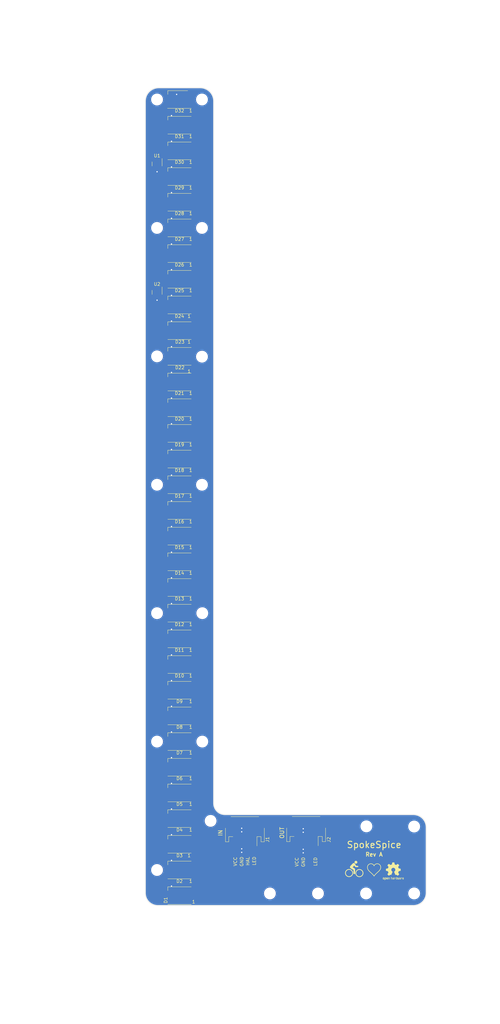
<source format=kicad_pcb>
(kicad_pcb (version 20221018) (generator pcbnew)
  (title_block (date "2024-01-13") (rev "A") (comment 4 "AISLER Project ID: GFXMJWGO"))
  (layers (0 "F.Cu" signal) (31 "B.Cu" signal) (34 "B.Paste" user) (35 "F.Paste" user) (36 "B.SilkS" user "B.Silkscreen") (37 "F.SilkS" user "F.Silkscreen") (38 "B.Mask" user) (39 "F.Mask" user) (44 "Edge.Cuts" user))
  (net 0 "")
  (net 1 "VCC")
  (net 2 "Net-(D1-DOUT)")
  (net 3 "GND")
  (net 4 "Net-(D2-DOUT)")
  (net 5 "Net-(D3-DOUT)")
  (net 6 "Net-(D4-DOUT)")
  (net 7 "Net-(D6-DOUT)")
  (net 8 "Net-(D10-DIN)")
  (net 9 "Net-(D10-DOUT)")
  (net 10 "Net-(D11-DOUT)")
  (net 11 "Net-(D12-DOUT)")
  (net 12 "Net-(D14-DOUT)")
  (net 13 "Net-(D15-DOUT)")
  (net 14 "Net-(D17-DOUT)")
  (net 15 "Net-(D19-DOUT)")
  (net 16 "Net-(D20-DOUT)")
  (net 17 "Net-(D21-DOUT)")
  (net 18 "/LED_STRIPE")
  (net 19 "/HAL_SENSOR")
  (net 20 "/DOUT_8")
  (net 21 "/DOUT_16")
  (net 22 "/DOUT_24")
  (net 23 "Net-(D25-DOUT)")
  (net 24 "Net-(D26-DOUT)")
  (net 25 "Net-(D27-DOUT)")
  (net 26 "Net-(D28-DOUT)")
  (net 27 "Net-(D7-DOUT)")
  (net 28 "Net-(D29-DOUT)")
  (net 30 "Net-(D30-DOUT)")
  (net 31 "Net-(D13-DOUT)")
  (net 32 "Net-(D18-DOUT)")
  (net 33 "Net-(D23-DOUT)")
  (net 34 "Net-(D5-DOUT)")
  (net 35 "Net-(D22-DOUT)")
  (net 36 "Net-(D31-DOUT)")
  (footprint "MountingHole:MountingHole_3.2mm_M3" (layer "F.Cu") (at 167.3 242.4)
    (fp_text reference "H9" hide)
    (fp_text value "MountingHole" hide)
  )
  (footprint "LED_SMD:LED_WS2812B_PLCC4_5.0x5.0mm_P3.2mm" (layer "F.Cu") (at 109 160 180)
    (fp_text reference "D14")
    (fp_text value "WS2812B")
  )
  (footprint "LED_SMD:LED_WS2812B_PLCC4_5.0x5.0mm_P3.2mm" (layer "F.Cu") (at 109 112 180)
    (fp_text reference "D20")
    (fp_text value "WS2812B")
  )
  (footprint "LED_SMD:LED_WS2812B_PLCC4_5.0x5.0mm_P3.2mm" (layer "F.Cu") (at 109 208 180)
    (fp_text reference "D8")
    (fp_text value "WS2812B")
  )
  (footprint "LED_SMD:LED_WS2812B_PLCC4_5.0x5.0mm_P3.2mm" (layer "F.Cu") (at 109 72 180)
    (fp_text reference "D25")
    (fp_text value "WS2812B")
  )
  (footprint "LED_SMD:LED_WS2812B_PLCC4_5.0x5.0mm_P3.2mm" (layer "F.Cu") (at 109 56 180)
    (fp_text reference "D27")
    (fp_text value "WS2812B")
  )
  (footprint "MountingHole:MountingHole_3.2mm_M3" (layer "F.Cu") (at 137.2 263.3)
    (fp_text reference "H3" hide)
    (fp_text value "MountingHole" hide)
  )
  (footprint "MountingHole:MountingHole_3.2mm_M3" (layer "F.Cu") (at 102 216)
    (fp_text reference "H7" hide)
    (fp_text value "MountingHole" hide)
  )
  (footprint "LED_SMD:LED_WS2812B_PLCC4_5.0x5.0mm_P3.2mm" (layer "F.Cu") (at 109 136 180)
    (fp_text reference "D17")
    (fp_text value "WS2812B")
  )
  (footprint "LED_SMD:LED_WS2812B_PLCC4_5.0x5.0mm_P3.2mm" (layer "F.Cu") (at 109 176 180)
    (fp_text reference "D12")
    (fp_text value "WS2812B")
  )
  (footprint "LED_SMD:LED_WS2812B_PLCC4_5.0x5.0mm_P3.2mm" (layer "F.Cu") (at 109 16 180)
    (fp_text reference "D32")
    (fp_text value "WS2812B")
  )
  (footprint "MountingHole:MountingHole_3.2mm_M3" (layer "F.Cu") (at 102 16)
    (fp_text reference "H1" hide)
    (fp_text value "MountingHole" hide)
  )
  (footprint "MountingHole:MountingHole_3.2mm_M3" (layer "F.Cu") (at 116.1 176)
    (fp_text reference "H5" hide)
    (fp_text value "MountingHole" hide)
  )
  (footprint "Package_TO_SOT_SMD:SOT-23" (layer "F.Cu") (at 102 76.0625 -90)
    (fp_text reference "U2")
    (fp_text value "SM351LT")
  )
  (footprint "LED_SMD:LED_WS2812B_PLCC4_5.0x5.0mm_P3.2mm" (layer "F.Cu") (at 109 256 180)
    (fp_text reference "D2")
    (fp_text value "WS2812B")
  )
  (footprint "LED_SMD:LED_WS2812B_PLCC4_5.0x5.0mm_P3.2mm" (layer "F.Cu") (at 109 120 180)
    (fp_text reference "D19")
    (fp_text value "WS2812B")
  )
  (footprint "LED_SMD:LED_WS2812B_PLCC4_5.0x5.0mm_P3.2mm" (layer "F.Cu") (at 109 24 180)
    (fp_text reference "D31")
    (fp_text value "WS2812B")
  )
  (footprint "LED_SMD:LED_WS2812B_PLCC4_5.0x5.0mm_P3.2mm" (layer "F.Cu") (at 109 168 180)
    (fp_text reference "D13")
    (fp_text value "WS2812B")
  )
  (footprint "MountingHole:MountingHole_3.2mm_M3" (layer "F.Cu") (at 182.2 263.3)
    (fp_text reference "H18" hide)
    (fp_text value "MountingHole" hide)
  )
  (footprint "LED_SMD:LED_WS2812B_PLCC4_5.0x5.0mm_P3.2mm" (layer "F.Cu") (at 109 232 180)
    (fp_text reference "D5")
    (fp_text value "WS2812B")
  )
  (footprint "Fiducial:Fiducial_0.5mm_Mask1mm" (layer "F.Cu") (at 99.9 265.3)
    (fp_text reference "FID2" hide)
    (fp_text value "Fiducial" hide)
  )
  (footprint "LED_SMD:LED_WS2812B_PLCC4_5.0x5.0mm_P3.2mm" (layer "F.Cu") (at 109 64 180)
    (fp_text reference "D26")
    (fp_text value "WS2812B")
  )
  (footprint "LED_SMD:LED_WS2812B_PLCC4_5.0x5.0mm_P3.2mm" (layer "F.Cu") (at 109 48 180)
    (fp_text reference "D28")
    (fp_text value "WS2812B")
  )
  (footprint "Fiducial:Fiducial_0.5mm_Mask1mm" (layer "F.Cu") (at 99.9 13.9)
    (fp_text reference "FID3" hide)
    (fp_text value "Fiducial" hide)
  )
  (footprint "LED_SMD:LED_WS2812B_PLCC4_5.0x5.0mm_P3.2mm" (layer "F.Cu") (at 109 184 180)
    (fp_text reference "D11")
    (fp_text value "WS2812B")
  )
  (footprint "LED_SMD:LED_WS2812B_PLCC4_5.0x5.0mm_P3.2mm" (layer "F.Cu") (at 109 104 180)
    (fp_text reference "D21")
    (fp_text value "WS2812B")
  )
  (footprint "LED_SMD:LED_WS2812B_PLCC4_5.0x5.0mm_P3.2mm" (layer "F.Cu") (at 109 96 180)
    (fp_text reference "D22")
    (fp_text value "WS2812B")
  )
  (footprint "MountingHole:MountingHole_3.2mm_M3" (layer "F.Cu") (at 102 96)
    (fp_text reference "H11" hide)
    (fp_text value "MountingHole" hide)
  )
  (footprint "MountingHole:MountingHole_3.2mm_M3" (layer "F.Cu") (at 116 16)
    (fp_text reference "H17" hide)
    (fp_text value "MountingHole" hide)
  )
  (footprint "LED_SMD:LED_WS2812B_PLCC4_5.0x5.0mm_P3.2mm" (layer "F.Cu") (at 109 192 180)
    (fp_text reference "D10")
    (fp_text value "WS2812B")
  )
  (footprint "LED_SMD:LED_WS2812B_PLCC4_5.0x5.0mm_P3.2mm" (layer "F.Cu") (at 109 264 180)
    (fp_text reference "D1")
    (fp_text value "WS2812B")
  )
  (footprint "Library:heart" (layer "F.Cu") (at 169.69214 255.75674)
    (fp_text reference "REF**" hide)
    (fp_text value "heart" hide)
  )
  (footprint "MountingHole:MountingHole_3.2mm_M3" (layer "F.Cu") (at 152.2 263.3)
    (fp_text reference "H8" hide)
    (fp_text value "MountingHole" hide)
  )
  (footprint "Library:bicycle" (layer "F.Cu") (at 163.49214 255.7)
    (fp_text reference "REF**" hide)
    (fp_text value "bicycle" hide)
  )
  (footprint "MountingHole:MountingHole_3.2mm_M3" (layer "F.Cu") (at 182.2 242.458948)
    (fp_text reference "H4" hide)
    (fp_text value "MountingHole" hide)
  )
  (footprint "MountingHole:MountingHole_3.2mm_M3" (layer "F.Cu") (at 118.7 240.7)
    (fp_text reference "H10" hide)
    (fp_text value "MountingHole" hide)
  )
  (footprint "LED_SMD:LED_WS2812B_PLCC4_5.0x5.0mm_P3.2mm" (layer "F.Cu") (at 109 80 180)
    (fp_text reference "D24")
    (fp_text value "WS2812B")
  )
  (footprint "MountingHole:MountingHole_3.2mm_M3" (layer "F.Cu") (at 116 56)
    (fp_text reference "H15" hide)
    (fp_text value "MountingHole" hide)
  )
  (footprint "LED_SMD:LED_WS2812B_PLCC4_5.0x5.0mm_P3.2mm" (layer "F.Cu") (at 109 32 180)
    (fp_text reference "D30")
    (fp_text value "WS2812B")
  )
  (footprint "Connector_JST:JST_PH_S4B-PH-SM4-TB_1x04-1MP_P2.00mm_Horizontal" (layer "F.Cu") (at 148.5 243.85 180)
    (fp_text reference "J2")
    (fp_text value "Conn_01x04")
  )
  (footprint "MountingHole:MountingHole_3.2mm_M3" (layer "F.Cu") (at 167.2 263.3)
    (fp_text reference "H13" hide)
    (fp_text value "MountingHole" hide)
  )
  (footprint "LED_SMD:LED_WS2812B_PLCC4_5.0x5.0mm_P3.2mm" (layer "F.Cu") (at 109 240 180)
    (fp_text reference "D4")
    (fp_text value "WS2812B")
  )
  (footprint "Symbol:OSHW-Logo2_7.3x6mm_SilkScreen" (layer "F.Cu") (at 175.7 256.4)
    (fp_text reference "REF**" hide)
    (fp_text value "OSHW-Logo2_7.3x6mm_SilkScreen" hide)
  )
  (footprint "MountingHole:MountingHole_3.2mm_M3" (layer "F.Cu") (at 102 136)
    (fp_text reference "H16" hide)
    (fp_text value "MountingHole" hide)
  )
  (footprint "Fiducial:Fiducial_0.5mm_Mask1mm" (layer "F.Cu") (at 184.7 265.25)
    (fp_text reference "FID1" hide)
    (fp_text value "Fiducial" hide)
  )
  (footprint "LED_SMD:LED_WS2812B_PLCC4_5.0x5.0mm_P3.2mm" (layer "F.Cu") (at 109 216 180)
    (fp_text reference "D7")
    (fp_text value "WS2812B")
  )
  (footprint "LED_SMD:LED_WS2812B_PLCC4_5.0x5.0mm_P3.2mm" (layer "F.Cu") (at 109 152 180)
    (fp_text reference "D15")
    (fp_text value "WS2812B")
  )
  (footprint "LED_SMD:LED_WS2812B_PLCC4_5.0x5.0mm_P3.2mm" (layer "F.Cu") (at 109 128 180)
    (fp_text reference "D18")
    (fp_text value "WS2812B")
  )
  (footprint "Connector_JST:JST_PH_S4B-PH-SM4-TB_1x04-1MP_P2.00mm_Horizontal" (layer "F.Cu") (at 129.400001 243.9 180)
    (fp_text reference "J1")
    (fp_text value "Conn_01x04")
  )
  (footprint "MountingHole:MountingHole_3.2mm_M3" (layer "F.Cu") (at 116 96.1)
    (fp_text reference "H19" hide)
    (fp_text value "MountingHole" hide)
  )
  (footprint "LED_SMD:LED_WS2812B_PLCC4_5.0x5.0mm_P3.2mm" (layer "F.Cu") (at 109 224 180)
    (fp_text reference "D6")
    (fp_text value "WS2812B")
  )
  (footprint "LED_SMD:LED_WS2812B_PLCC4_5.0x5.0mm_P3.2mm" (layer "F.Cu") (at 109 200 180)
    (fp_text reference "D9")
    (fp_text value "WS2812B")
  )
  (footprint "LED_SMD:LED_WS2812B_PLCC4_5.0x5.0mm_P3.2mm" (layer "F.Cu") (at 109 88 180)
    (fp_text reference "D23")
    (fp_text value "WS2812B")
  )
  (footprint "LED_SMD:LED_WS2812B_PLCC4_5.0x5.0mm_P3.2mm" (layer "F.Cu") (at 109 40 180)
    (fp_text reference "D29")
    (fp_text value "WS2812B")
  )
  (footprint "Package_TO_SOT_SMD:SOT-23" (layer "F.Cu") (at 102 36.0625 -90)
    (fp_text reference "U1")
    (fp_text value "SM351LT")
  )
  (footprint "MountingHole:MountingHole_3.2mm_M3" (layer "F.Cu") (at 116.1 216)
    (fp_text reference "H14" hide)
    (fp_text value "MountingHole" hide)
  )
  (footprint "LED_SMD:LED_WS2812B_PLCC4_5.0x5.0mm_P3.2mm" (layer "F.Cu") (at 109 144 180)
    (fp_text reference "D16")
    (fp_text value "WS2812B")
  )
  (footprint "LED_SMD:LED_WS2812B_PLCC4_5.0x5.0mm_P3.2mm" (layer "F.Cu") (at 109 248 180)
    (fp_text reference "D3")
    (fp_text value "WS2812B")
  )
  (footprint "MountingHole:MountingHole_3.2mm_M3" (layer "F.Cu") (at 116 136)
    (fp_text reference "H20" hide)
    (fp_text value "MountingHole" hide)
  )
  (footprint "MountingHole:MountingHole_3.2mm_M3" (layer "F.Cu") (at 102 56)
    (fp_text reference "H6" hide)
    (fp_text value "MountingHole" hide)
  )
  (footprint "MountingHole:MountingHole_3.2mm_M3" (layer "F.Cu") (at 102 176)
    (fp_text reference "H2" hide)
    (fp_text value "MountingHole" hide)
  )
  (footprint "MountingHole:MountingHole_3.2mm_M3" (layer "F.Cu") (at 102 256)
    (fp_text reference "H12" hide)
    (fp_text value "MountingHole" hide)
  )
  (gr_line (start 119.699999 16.5) (end 119.7 235.2) (stroke (width 0.1)) (layer "Edge.Cuts"))
  (gr_arc (start 102.2 267.1) (mid 99.442284 265.957716) (end 98.3 263.2) (stroke (width 0.1)) (layer "Edge.Cuts"))
  (gr_arc (start 123.2 238.7) (mid 120.725126 237.674874) (end 119.7 235.2) (stroke (width 0.1)) (layer "Edge.Cuts"))
  (gr_arc (start 186 263.05) (mid 184.846271 265.910915) (end 182 267.100312) (stroke (width 0.1)) (layer "Edge.Cuts"))
  (gr_arc (start 115.5 12.3) (mid 118.469848 13.530152) (end 119.7 16.5) (stroke (width 0.1)) (layer "Edge.Cuts"))
  (gr_line (start 182 267.100312) (end 102.2 267.1) (stroke (width 0.1)) (layer "Edge.Cuts"))
  (gr_line (start 186 242.75) (end 186 263.05) (stroke (width 0.1)) (layer "Edge.Cuts"))
  (gr_arc (start 182 238.7) (mid 184.846048 239.889305) (end 185.999688 242.749996) (stroke (width 0.1)) (layer "Edge.Cuts"))
  (gr_arc (start 98.3 16.5) (mid 99.530152 13.530152) (end 102.5 12.3) (stroke (width 0.1)) (layer "Edge.Cuts"))
  (gr_line (start 98.3 16.5) (end 98.3 263.2) (stroke (width 0.1)) (layer "Edge.Cuts"))
  (gr_line (start 123.2 238.7) (end 182 238.7) (stroke (width 0.1)) (layer "Edge.Cuts"))
  (gr_line (start 102.5 12.3) (end 115.5 12.3) (stroke (width 0.1)) (layer "Edge.Cuts"))
  (gr_text "VCC" (at 127.000001 254.900001 90) (layer "F.SilkS") (effects (font (size 1 1)) (justify left bottom)))
  (gr_text "SpokeSpice" (at 169.70786 249.308948) (layer "F.SilkS") (effects (font (size 2 2) (thickness 0.3)) (justify bottom)))
  (gr_text "LED" (at 132.900001 254.65 90) (layer "F.SilkS") (effects (font (size 1 1)) (justify left bottom)))
  (gr_text "GND" (at 148.2 255.15 90) (layer "F.SilkS") (effects (font (size 1 1)) (justify left bottom)))
  (gr_text "HAL" (at 130.900001 254.7 90) (layer "F.SilkS") (effects (font (size 1 1)) (justify left bottom)))
  (gr_text "LED" (at 152 254.85 90) (layer "F.SilkS") (effects (font (size 1 1)) (justify left bottom)))
  (gr_text "IN" (at 122.500001 244.45 90) (layer "F.SilkS") (effects (font (size 1.25 1.25) (thickness 0.2)) (justify bottom)))
  (gr_text "VCC" (at 146.2 255.050001 90) (layer "F.SilkS") (effects (font (size 1 1)) (justify left bottom)))
  (gr_text "GND" (at 129.000001 255 90) (layer "F.SilkS") (effects (font (size 1 1)) (justify left bottom)))
  (gr_text "OUT" (at 141.7 244.4 90) (layer "F.SilkS") (effects (font (size 1.25 1.25) (thickness 0.2)) (justify bottom)))
  (gr_text "Rev A" (at 169.7 251.9) (layer "F.SilkS") (effects (font (size 1.25 1.25) (thickness 0.25) bold) (justify bottom)))
  (segment (start 107.3 260) (end 110.7 260) (width 0.25) (layer "F.Cu") (net 2))
  (segment (start 110.7 260) (end 111.45 260.75) (width 0.25) (layer "F.Cu") (net 2))
  (segment (start 106.55 257.65) (end 106.55 259.25) (width 0.25) (layer "F.Cu") (net 2))
  (segment (start 106.55 259.25) (end 107.3 260) (width 0.25) (layer "F.Cu") (net 2))
  (segment (start 111.45 260.75) (end 111.45 262.35) (width 0.25) (layer "F.Cu") (net 2))
  (segment (start 106.55 245.05) (end 106.5 245) (width 0.3) (layer "F.Cu") (net 3))
  (segment (start 106.55 149.05) (end 106.5 149) (width 0.3) (layer "F.Cu") (net 3))
  (segment (start 106.55 238.35) (end 106.55 237.05) (width 0.3) (layer "F.Cu") (net 3))
  (segment (start 106.55 101.05) (end 106.5 101) (width 0.3) (layer "F.Cu") (net 3))
  (segment (start 106.55 221.05) (end 106.5 221) (width 0.3) (layer "F.Cu") (net 3))
  (segment (start 106.55 229.05) (end 106.5 229) (width 0.3) (layer "F.Cu") (net 3))
  (segment (start 106.55 117.05) (end 106.5 117) (width 0.3) (layer "F.Cu") (net 3))
  (segment (start 106.55 213.05) (end 106.5 213) (width 0.3) (layer "F.Cu") (net 3))
  (segment (start 106.55 38.35) (end 106.55 37.05) (width 0.3) (layer "F.Cu") (net 3))
  (segment (start 106.55 190.35) (end 106.55 189.05) (width 0.3) (layer "F.Cu") (net 3))
  (segment (start 106.55 30.35) (end 106.55 29.05) (width 0.3) (layer "F.Cu") (net 3))
  (segment (start 106.55 182.35) (end 106.55 181.05) (width 0.3) (layer "F.Cu") (net 3))
  (segment (start 106.55 45.05) (end 106.5 45) (width 0.3) (layer "F.Cu") (net 3))
  (segment (start 106.55 69.05) (end 106.5 69) (width 0.3) (layer "F.Cu") (net 3))
  (segment (start 106.55 198.35) (end 106.55 197.05) (width 0.3) (layer "F.Cu") (net 3))
  (segment (start 106.55 237.05) (end 106.5 237) (width 0.3) (layer "F.Cu") (net 3))
  (segment (start 106.55 173.05) (end 106.5 173) (width 0.3) (layer "F.Cu") (net 3))
  (segment (start 102 37) (end 102 38.5) (width 0.3) (layer "F.Cu") (net 3))
  (segment (start 106.55 29.05) (end 106.5 29) (width 0.3) (layer "F.Cu") (net 3))
  (segment (start 106.55 134.35) (end 106.55 133.05) (width 0.3) (layer "F.Cu") (net 3))
  (segment (start 106.55 261.05) (end 106.5 261) (width 0.3) (layer "F.Cu") (net 3))
  (segment (start 106.55 157.05) (end 106.5 157) (width 0.3) (layer "F.Cu") (net 3))
  (segment (start 106.55 21.05) (end 106.5 21) (width 0.3) (layer "F.Cu") (net 3))
  (segment (start 106.55 181.05) (end 106.5 181) (width 0.3) (layer "F.Cu") (net 3))
  (segment (start 106.55 205.05) (end 106.5 205) (width 0.3) (layer "F.Cu") (net 3))
  (segment (start 128.350001 244.149999) (end 128.4 244.1) (width 0.25) (layer "F.Cu") (net 3))
  (segment (start 106.55 189.05) (end 106.5 189) (width 0.3) (layer "F.Cu") (net 3))
  (segment (start 106.55 94.35) (end 106.55 93.05) (width 0.3) (layer "F.Cu") (net 3))
  (segment (start 106.55 70.35) (end 106.55 69.05) (width 0.3) (layer "F.Cu") (net 3))
  (segment (start 106.55 174.35) (end 106.55 173.05) (width 0.3) (layer "F.Cu") (net 3))
  (segment (start 106.55 62.35) (end 106.55 61.05) (width 0.3) (layer "F.Cu") (net 3))
  (segment (start 106.55 165.05) (end 106.5 165) (width 0.3) (layer "F.Cu") (net 3))
  (segment (start 106.55 142.35) (end 106.55 141.05) (width 0.3) (layer "F.Cu") (net 3))
  (segment (start 106.55 253.05) (end 106.5 253) (width 0.3) (layer "F.Cu") (net 3))
  (segment (start 106.55 214.35) (end 106.55 213.05) (width 0.3) (layer "F.Cu") (net 3))
  (segment (start 106.55 46.35) (end 106.55 45.05) (width 0.3) (layer "F.Cu") (net 3))
  (segment (start 106.55 230.35) (end 106.55 229.05) (width 0.3) (layer "F.Cu") (net 3))
  (segment (start 106.55 22.35) (end 106.55 21.05) (width 0.3) (layer "F.Cu") (net 3))
  (segment (start 106.55 109.05) (end 106.5 109) (width 0.3) (layer "F.Cu") (net 3))
  (segment (start 106.55 125.05) (end 106.5 125) (width 0.3) (layer "F.Cu") (net 3))
  (segment (start 106.55 133.05) (end 106.5 133) (width 0.3) (layer "F.Cu") (net 3))
  (segment (start 102 77) (end 102 78.5) (width 0.3) (layer "F.Cu") (net 3))
  (segment (start 106.55 158.35) (end 106.55 157.05) (width 0.3) (layer "F.Cu") (net 3))
  (segment (start 106.55 222.35) (end 106.55 221.05) (width 0.3) (layer "F.Cu") (net 3))
  (segment (start 106.55 246.35) (end 106.55 245.05) (width 0.3) (layer "F.Cu") (net 3))
  (segment (start 106.55 77.05) (end 106.5 77) (width 0.3) (layer "F.Cu") (net 3))
  (segment (start 106.55 53.05) (end 106.5 53) (width 0.3) (layer "F.Cu") (net 3))
  (segment (start 147.55 244.299999) (end 147.599999 244.25) (width 0.25) (layer "F.Cu") (net 3))
  (segment (start 106.55 86.35) (end 106.55 85.05) (width 0.3) (layer "F.Cu") (net 3))
  (segment (start 106.55 61.05) (end 106.5 61) (width 0.3) (layer "F.Cu") (net 3))
  (segment (start 106.55 78.35) (end 106.55 77.05) (width 0.3) (layer "F.Cu") (net 3))
  (segment (start 106.55 141.05) (end 106.5 141) (width 0.3) (layer "F.Cu") (net 3))
  (segment (start 106.55 54.35) (end 106.55 53.05) (width 0.3) (layer "F.Cu") (net 3))
  (segment (start 106.55 166.35) (end 106.55 165.05) (width 0.3) (layer "F.Cu") (net 3))
  (segment (start 106.55 37.05) (end 106.5 37) (width 0.3) (layer "F.Cu") (net 3))
  (segment (start 108.1 14.4) (end 106.6 14.4) (width 0.3) (layer "F.Cu") (net 3))
  (segment (start 106.55 93.05) (end 106.5 93) (width 0.3) (layer "F.Cu") (net 3))
  (segment (start 106.55 150.35) (end 106.55 149.05) (width 0.3) (layer "F.Cu") (net 3))
  (segment (start 106.55 254.35) (end 106.55 253.05) (width 0.3) (layer "F.Cu") (net 3))
  (segment (start 106.55 262.35) (end 106.55 261.05) (width 0.3) (layer "F.Cu") (net 3))
  (segment (start 106.55 206.35) (end 106.55 205.05) (width 0.3) (layer "F.Cu") (net 3))
  (segment (start 106.55 110.35) (end 106.55 109.05) (width 0.3) (layer "F.Cu") (net 3))
  (segment (start 106.55 197.05) (end 106.5 197) (width 0.3) (layer "F.Cu") (net 3))
  (segment (start 106.55 102.35) (end 106.55 101.05) (width 0.3) (layer "F.Cu") (net 3))
  (segment (start 106.55 118.35) (end 106.55 117.05) (width 0.3) (layer "F.Cu") (net 3))
  (segment (start 106.55 126.35) (end 106.55 125.05) (width 0.3) (layer "F.Cu") (net 3))
  (segment (start 106.55 85.05) (end 106.5 85) (width 0.3) (layer "F.Cu") (net 3))
  (via (at 106.5 133) (size 0.8) (drill 0.4) (layers "F.Cu" "B.Cu") (net 3))
  (via (at 106.5 45) (size 0.8) (drill 0.4) (layers "F.Cu" "B.Cu") (net 3))
  (via (at 147.599999 244.25) (size 0.8) (drill 0.4) (layers "F.Cu" "B.Cu") (net 3))
  (via (at 106.5 69) (size 0.8) (drill 0.4) (layers "F.Cu" "B.Cu") (net 3))
  (via (at 106.5 213) (size 0.8) (drill 0.4) (layers "F.Cu" "B.Cu") (net 3))
  (via (at 102 78.5) (size 0.8) (drill 0.4) (layers "F.Cu" "B.Cu") (net 3))
  (via (at 106.5 261) (size 0.8) (drill 0.4) (layers "F.Cu" "B.Cu") (net 3))
  (via (at 106.5 165) (size 0.8) (drill 0.4) (layers "F.Cu" "B.Cu") (net 3))
  (via (at 106.5 141) (size 0.8) (drill 0.4) (layers "F.Cu" "B.Cu") (net 3))
  (via (at 128.400001 250.5) (size 0.8) (drill 0.4) (layers "F.Cu" "B.Cu") (net 3))
  (via (at 106.5 125) (size 0.8) (drill 0.4) (layers "F.Cu" "B.Cu") (net 3))
  (via (at 106.5 157) (size 0.8) (drill 0.4) (layers "F.Cu" "B.Cu") (net 3))
  (via (at 106.5 237) (size 0.8) (drill 0.4) (layers "F.Cu" "B.Cu") (net 3))
  (via (at 128.4 249.4) (size 0.8) (drill 0.4) (layers "F.Cu" "B.Cu") (net 3))
  (via (at 106.5 221) (size 0.8) (drill 0.4) (layers "F.Cu" "B.Cu") (net 3))
  (via (at 106.5 21) (size 0.8) (drill 0.4) (layers "F.Cu" "B.Cu") (net 3))
  (via (at 128.4 244.1) (size 0.8) (drill 0.4) (layers "F.Cu" "B.Cu") (net 3))
  (via (at 106.5 61) (size 0.8) (drill 0.4) (layers "F.Cu" "B.Cu") (net 3))
  (via (at 106.5 101) (size 0.8) (drill 0.4) (layers "F.Cu" "B.Cu") (net 3))
  (via (at 106.5 173) (size 0.8) (drill 0.4) (layers "F.Cu" "B.Cu") (net 3))
  (via (at 106.5 85) (size 0.8) (drill 0.4) (layers "F.Cu" "B.Cu") (net 3))
  (via (at 128.400001 243) (size 0.8) (drill 0.4) (layers "F.Cu" "B.Cu") (net 3))
  (via (at 106.5 53) (size 0.8) (drill 0.4) (layers "F.Cu" "B.Cu") (net 3))
  (via (at 106.5 109) (size 0.8) (drill 0.4) (layers "F.Cu" "B.Cu") (net 3))
  (via (at 106.5 229) (size 0.8) (drill 0.4) (layers "F.Cu" "B.Cu") (net 3))
  (via (at 106.5 93) (size 0.8) (drill 0.4) (layers "F.Cu" "B.Cu") (net 3))
  (via (at 106.5 245) (size 0.8) (drill 0.4) (layers "F.Cu" "B.Cu") (net 3))
  (via (at 106.5 189) (size 0.8) (drill 0.4) (layers "F.Cu" "B.Cu") (net 3))
  (via (at 147.599999 249.55) (size 0.8) (drill 0.4) (layers "F.Cu" "B.Cu") (net 3))
  (via (at 147.6 243.15) (size 0.8) (drill 0.4) (layers "F.Cu" "B.Cu") (net 3))
  (via (at 106.5 117) (size 0.8) (drill 0.4) (layers "F.Cu" "B.Cu") (net 3))
  (via (at 106.5 197) (size 0.8) (drill 0.4) (layers "F.Cu" "B.Cu") (net 3))
  (via (at 106.5 149) (size 0.8) (drill 0.4) (layers "F.Cu" "B.Cu") (net 3))
  (via (at 106.5 29) (size 0.8) (drill 0.4) (layers "F.Cu" "B.Cu") (net 3))
  (via (at 102 38.5) (size 0.8) (drill 0.4) (layers "F.Cu" "B.Cu") (net 3))
  (via (at 106.5 77) (size 0.8) (drill 0.4) (layers "F.Cu" "B.Cu") (net 3))
  (via (at 106.5 205) (size 0.8) (drill 0.4) (layers "F.Cu" "B.Cu") (net 3))
  (via (at 108.1 14.4) (size 0.8) (drill 0.4) (layers "F.Cu" "B.Cu") (net 3))
  (via (at 106.5 181) (size 0.8) (drill 0.4) (layers "F.Cu" "B.Cu") (net 3))
  (via (at 147.6 250.65) (size 0.8) (drill 0.4) (layers "F.Cu" "B.Cu") (net 3))
  (via (at 106.5 253) (size 0.8) (drill 0.4) (layers "F.Cu" "B.Cu") (net 3))
  (via (at 106.5 37) (size 0.8) (drill 0.4) (layers "F.Cu" "B.Cu") (net 3))
  (segment (start 106.55 251.25) (end 107.3 252) (width 0.25) (layer "F.Cu") (net 4))
  (segment (start 106.55 249.65) (end 106.55 251.25) (width 0.25) (layer "F.Cu") (net 4))
  (segment (start 107.3 252) (end 110.7 252) (width 0.25) (layer "F.Cu") (net 4))
  (segment (start 111.45 252.75) (end 111.45 254.35) (width 0.25) (layer "F.Cu") (net 4))
  (segment (start 110.7 252) (end 111.45 252.75) (width 0.25) (layer "F.Cu") (net 4))
  (segment (start 106.6 243.3) (end 107.35 244.05) (width 0.25) (layer "F.Cu") (net 5))
  (segment (start 107.35 244.05) (end 110.75 244.05) (width 0.25) (layer "F.Cu") (net 5))
  (segment (start 110.75 244.05) (end 111.5 244.8) (width 0.25) (layer "F.Cu") (net 5))
  (segment (start 111.5 244.8) (end 111.5 246.4) (width 0.25) (layer "F.Cu") (net 5))
  (segment (start 106.6 241.7) (end 106.6 243.3) (width 0.25) (layer "F.Cu") (net 5))
  (segment (start 111.4 236.7) (end 111.4 238.3) (width 0.25) (layer "F.Cu") (net 6))
  (segment (start 106.5 233.6) (end 106.5 235.2) (width 0.25) (layer "F.Cu") (net 6))
  (segment (start 106.5 235.2) (end 107.25 235.95) (width 0.25) (layer "F.Cu") (net 6))
  (segment (start 107.25 235.95) (end 110.65 235.95) (width 0.25) (layer "F.Cu") (net 6))
  (segment (start 110.65 235.95) (end 111.4 236.7) (width 0.25) (layer "F.Cu") (net 6))
  (segment (start 111.4 220.7) (end 111.4 222.3) (width 0.25) (layer "F.Cu") (net 7))
  (segment (start 106.5 217.6) (end 106.5 219.2) (width 0.25) (layer "F.Cu") (net 7))
  (segment (start 110.65 219.95) (end 111.4 220.7) (width 0.25) (layer "F.Cu") (net 7))
  (segment (start 107.25 219.95) (end 110.65 219.95) (width 0.25) (layer "F.Cu") (net 7))
  (segment (start 106.5 219.2) (end 107.25 219.95) (width 0.25) (layer "F.Cu") (net 7))
  (segment (start 110.65 196.05) (end 111.4 196.8) (width 0.25) (layer "F.Cu") (net 8))
  (segment (start 106.5 195.3) (end 107.25 196.05) (width 0.25) (layer "F.Cu") (net 8))
  (segment (start 111.4 196.8) (end 111.4 198.4) (width 0.25) (layer "F.Cu") (net 8))
  (segment (start 107.25 196.05) (end 110.65 196.05) (width 0.25) (layer "F.Cu") (net 8))
  (segment (start 106.5 193.7) (end 106.5 195.3) (width 0.25) (layer "F.Cu") (net 8))
  (segment (start 107.25 187.95) (end 110.65 187.95) (width 0.25) (layer "F.Cu") (net 9))
  (segment (start 111.4 188.7) (end 111.4 190.3) (width 0.25) (layer "F.Cu") (net 9))
  (segment (start 106.5 185.6) (end 106.5 187.2) (width 0.25) (layer "F.Cu") (net 9))
  (segment (start 110.65 187.95) (end 111.4 188.7) (width 0.25) (layer "F.Cu") (net 9))
  (segment (start 106.5 187.2) (end 107.25 187.95) (width 0.25) (layer "F.Cu") (net 9))
  (segment (start 106.5 179.3) (end 107.25 180.05) (width 0.25) (layer "F.Cu") (net 10))
  (segment (start 107.25 180.05) (end 110.65 180.05) (width 0.25) (layer "F.Cu") (net 10))
  (segment (start 110.65 180.05) (end 111.4 180.8) (width 0.25) (layer "F.Cu") (net 10))
  (segment (start 111.4 180.8) (end 111.4 182.4) (width 0.25) (layer "F.Cu") (net 10))
  (segment (start 106.5 177.7) (end 106.5 179.3) (width 0.25) (layer "F.Cu") (net 10))
  (segment (start 106.5 169.7) (end 106.5 171.3) (width 0.25) (layer "F.Cu") (net 11))
  (segment (start 111.4 172.8) (end 111.4 174.4) (width 0.25) (layer "F.Cu") (net 11))
  (segment (start 107.25 172.05) (end 110.65 172.05) (width 0.25) (layer "F.Cu") (net 11))
  (segment (start 110.65 172.05) (end 111.4 172.8) (width 0.25) (layer "F.Cu") (net 11))
  (segment (start 106.5 171.3) (end 107.25 172.05) (width 0.25) (layer "F.Cu") (net 11))
  (segment (start 106.5 155.3) (end 107.25 156.05) (width 0.25) (layer "F.Cu") (net 12))
  (segment (start 110.65 156.05) (end 111.4 156.8) (width 0.25) (layer "F.Cu") (net 12))
  (segment (start 106.5 153.7) (end 106.5 155.3) (width 0.25) (layer "F.Cu") (net 12))
  (segment (start 111.4 156.8) (end 111.4 158.4) (width 0.25) (layer "F.Cu") (net 12))
  (segment (start 107.25 156.05) (end 110.65 156.05) (width 0.25) (layer "F.Cu") (net 12))
  (segment (start 111.4 148.8) (end 111.4 150.4) (width 0.25) (layer "F.Cu") (net 13))
  (segment (start 110.65 148.05) (end 111.4 148.8) (width 0.25) (layer "F.Cu") (net 13))
  (segment (start 106.5 145.7) (end 106.5 147.3) (width 0.25) (layer "F.Cu") (net 13))
  (segment (start 106.5 147.3) (end 107.25 148.05) (width 0.25) (layer "F.Cu") (net 13))
  (segment (start 107.25 148.05) (end 110.65 148.05) (width 0.25) (layer "F.Cu") (net 13))
  (segment (start 107.25 132.05) (end 110.65 132.05) (width 0.25) (layer "F.Cu") (net 14))
  (segment (start 111.4 132.8) (end 111.4 134.4) (width 0.25) (layer "F.Cu") (net 14))
  (segment (start 110.65 132.05) (end 111.4 132.8) (width 0.25) (layer "F.Cu") (net 14))
  (segment (start 106.5 131.3) (end 107.25 132.05) (width 0.25) (layer "F.Cu") (net 14))
  (segment (start 106.5 129.7) (end 106.5 131.3) (width 0.25) (layer "F.Cu") (net 14))
  (segment (start 107.25 116.05) (end 110.65 116.05) (width 0.25) (layer "F.Cu") (net 15))
  (segment (start 106.5 113.7) (end 106.5 115.3) (width 0.25) (layer "F.Cu") (net 15))
  (segment (start 106.5 115.3) (end 107.25 116.05) (width 0.25) (layer "F.Cu") (net 15))
  (segment (start 110.65 116.05) (end 111.4 116.8) (width 0.25) (layer "F.Cu") (net 15))
  (segment (start 111.4 116.8) (end 111.4 118.4) (width 0.25) (layer "F.Cu") (net 15))
  (segment (start 106.5 107.2) (end 107.25 107.95) (width 0.25) (layer "F.Cu") (net 16))
  (segment (start 110.65 107.95) (end 111.4 108.7) (width 0.25) (layer "F.Cu") (net 16))
  (segment (start 107.25 107.95) (end 110.65 107.95) (width 0.25) (layer "F.Cu") (net 16))
  (segment (start 111.4 108.7) (end 111.4 110.3) (width 0.25) (layer "F.Cu") (net 16))
  (segment (start 106.5 105.6) (end 106.5 107.2) (width 0.25) (layer "F.Cu") (net 16))
  (segment (start 107.25 99.95) (end 110.65 99.95) (width 0.25) (layer "F.Cu") (net 17))
  (segment (start 110.65 99.95) (end 111.4 100.7) (width 0.25) (layer "F.Cu") (net 17))
  (segment (start 106.5 97.6) (end 106.5 99.2) (width 0.25) (layer "F.Cu") (net 17))
  (segment (start 106.5 99.2) (end 107.25 99.95) (width 0.25) (layer "F.Cu") (net 17))
  (segment (start 111.4 100.7) (end 111.4 102.3) (width 0.25) (layer "F.Cu") (net 17))
  (segment (start 106.55 265.65) (end 108.2 264) (width 0.25) (layer "F.Cu") (net 18))
  (segment (start 132.4 255.6) (end 132.4 246.7) (width 0.25) (layer "F.Cu") (net 18))
  (segment (start 151.5 252.3) (end 151.5 246.7) (width 0.25) (layer "F.Cu") (net 18))
  (segment (start 108.2 264) (end 124 264) (width 0.25) (layer "F.Cu") (net 18))
  (segment (start 132.4 255.6) (end 148.2 255.6) (width 0.25) (layer "F.Cu") (net 18))
  (segment (start 148.2 255.6) (end 151.5 252.3) (width 0.25) (layer "F.Cu") (net 18))
  (segment (start 124 264) (end 132.4 255.6) (width 0.25) (layer "F.Cu") (net 18))
  (segment (start 123.7 263.4) (end 130.400001 256.699999) (width 0.25) (layer "F.Cu") (net 19))
  (segment (start 99.5 36) (end 100.375 35.125) (width 0.25) (layer "F.Cu") (net 19))
  (segment (start 130.400001 256.699999) (end 130.400001 246.75) (width 0.25) (layer "F.Cu") (net 19))
  (segment (start 99.625 75.125) (end 99.5 75) (width 0.2) (layer "F.Cu") (net 19))
  (segment (start 100.375 35.125) (end 101.05 35.125) (width 0.25) (layer "F.Cu") (net 19))
  (segment (start 99.5 75) (end 99.5 260.6) (width 0.25) (layer "F.Cu") (net 19))
  (segment (start 99.5 75) (end 99.5 36) (width 0.25) (layer "F.Cu") (net 19))
  (segment (start 102.3 263.4) (end 123.7 263.4) (width 0.25) (layer "F.Cu") (net 19))
  (segment (start 101.05 75.125) (end 99.625 75.125) (width 0.2) (layer "F.Cu") (net 19))
  (segment (start 99.5 260.6) (end 102.3 263.4) (width 0.25) (layer "F.Cu") (net 19))
  (segment (start 107.25 204.05) (end 110.65 204.05) (width 0.25) (layer "F.Cu") (net 20))
  (segment (start 106.5 203.3) (end 107.25 204.05) (width 0.25) (layer "F.Cu") (net 20))
  (segment (start 110.65 204.05) (end 111.4 204.8) (width 0.25) (layer "F.Cu") (net 20))
  (segment (start 106.5 201.7) (end 106.5 203.3) (width 0.25) (layer "F.Cu") (net 20))
  (segment (start 111.4 204.8) (end 111.4 206.4) (width 0.25) (layer "F.Cu") (net 20))
  (segment (start 110.65 140.05) (end 111.4 140.8) (width 0.25) (layer "F.Cu") (net 21))
  (segment (start 111.4 140.8) (end 111.4 142.4) (width 0.25) (layer "F.Cu") (net 21))
  (segment (start 106.5 137.7) (end 106.5 139.3) (width 0.25) (layer "F.Cu") (net 21))
  (segment (start 107.25 140.05) (end 110.65 140.05) (width 0.25) (layer "F.Cu") (net 21))
  (segment (start 106.5 139.3) (end 107.25 140.05) (width 0.25) (layer "F.Cu") (net 21))
  (segment (start 106.5 73.7) (end 106.5 75.3) (width 0.25) (layer "F.Cu") (net 22))
  (segment (start 110.65 76.05) (end 111.4 76.8) (width 0.25) (layer "F.Cu") (net 22))
  (segment (start 107.25 76.05) (end 110.65 76.05) (width 0.25) (layer "F.Cu") (net 22))
  (segment (start 111.4 76.8) (end 111.4 78.4) (width 0.25) (layer "F.Cu") (net 22))
  (segment (start 106.5 75.3) (end 107.25 76.05) (width 0.25) (layer "F.Cu") (net 22))
  (segment (start 106.5 65.7) (end 106.5 67.3) (width 0.25) (layer "F.Cu") (net 23))
  (segment (start 107.25 68.05) (end 110.65 68.05) (width 0.25) (layer "F.Cu") (net 23))
  (segment (start 111.4 68.8) (end 111.4 70.4) (width 0.25) (layer "F.Cu") (net 23))
  (segment (start 106.5 67.3) (end 107.25 68.05) (width 0.25) (layer "F.Cu") (net 23))
  (segment (start 110.65 68.05) (end 111.4 68.8) (width 0.25) (layer "F.Cu") (net 23))
  (segment (start 111.4 60.7) (end 111.4 62.3) (width 0.25) (layer "F.Cu") (net 24))
  (segment (start 110.65 59.95) (end 111.4 60.7) (width 0.25) (layer "F.Cu") (net 24))
  (segment (start 106.5 59.2) (end 107.25 59.95) (width 0.25) (layer "F.Cu") (net 24))
  (segment (start 107.25 59.95) (end 110.65 59.95) (width 0.25) (layer "F.Cu") (net 24))
  (segment (start 106.5 57.6) (end 106.5 59.2) (width 0.25) (layer "F.Cu") (net 24))
  (segment (start 111.4 52.8) (end 111.4 54.4) (width 0.25) (layer "F.Cu") (net 25))
  (segment (start 107.25 52.05) (end 110.65 52.05) (width 0.25) (layer "F.Cu") (net 25))
  (segment (start 106.5 51.3) (end 107.25 52.05) (width 0.25) (layer "F.Cu") (net 25))
  (segment (start 110.65 52.05) (end 111.4 52.8) (width 0.25) (layer "F.Cu") (net 25))
  (segment (start 106.5 49.7) (end 106.5 51.3) (width 0.25) (layer "F.Cu") (net 25))
  (segment (start 107.25 44.05) (end 110.65 44.05) (width 0.25) (layer "F.Cu") (net 26))
  (segment (start 111.4 44.8) (end 111.4 46.4) (width 0.25) (layer "F.Cu") (net 26))
  (segment (start 106.5 41.7) (end 106.5 43.3) (width 0.25) (layer "F.Cu") (net 26))
  (segment (start 106.5 43.3) (end 107.25 44.05) (width 0.25) (layer "F.Cu") (net 26))
  (segment (start 110.65 44.05) (end 111.4 44.8) (width 0.25) (layer "F.Cu") (net 26))
  (segment (start 111.4 212.7) (end 111.4 214.3) (width 0.25) (layer "F.Cu") (net 27))
  (segment (start 106.5 209.6) (end 106.5 211.2) (width 0.25) (layer "F.Cu") (net 27))
  (segment (start 110.65 211.95) (end 111.4 212.7) (width 0.25) (layer "F.Cu") (net 27))
  (segment (start 107.25 211.95) (end 110.65 211.95) (width 0.25) (layer "F.Cu") (net 27))
  (segment (start 106.5 211.2) (end 107.25 211.95) (width 0.25) (layer "F.Cu") (net 27))
  (segment (start 107.25 35.95) (end 110.65 35.95) (width 0.25) (layer "F.Cu") (net 28))
  (segment (start 106.5 35.2) (end 107.25 35.95) (width 0.25) (layer "F.Cu") (net 28))
  (segment (start 106.5 33.6) (end 106.5 35.2) (width 0.25) (layer "F.Cu") (net 28))
  (segment (start 111.4 36.7) (end 111.4 38.3) (width 0.25) (layer "F.Cu") (net 28))
  (segment (start 110.65 35.95) (end 111.4 36.7) (width 0.25) (layer "F.Cu") (net 28))
  (segment (start 110.65 27.95) (end 111.4 28.7) (width 0.25) (layer "F.Cu") (net 30))
  (segment (start 107.25 27.95) (end 110.65 27.95) (width 0.25) (layer "F.Cu") (net 30))
  (segment (start 106.5 25.6) (end 106.5 27.2) (width 0.25) (layer "F.Cu") (net 30))
  (segment (start 111.4 28.7) (end 111.4 30.3) (width 0.25) (layer "F.Cu") (net 30))
  (segment (start 106.5 27.2) (end 107.25 27.95) (width 0.25) (layer "F.Cu") (net 30))
  (segment (start 106.5 161.7) (end 106.5 163.3) (width 0.25) (layer "F.Cu") (net 31))
  (segment (start 111.4 164.8) (end 111.4 166.4) (width 0.25) (layer "F.Cu") (net 31))
  (segment (start 106.5 163.3) (end 107.25 164.05) (width 0.25) (layer "F.Cu") (net 31))
  (segment (start 107.25 164.05) (end 110.65 164.05) (width 0.25) (layer "F.Cu") (net 31))
  (segment (start 110.65 164.05) (end 111.4 164.8) (width 0.25) (layer "F.Cu") (net 31))
  (segment (start 111.4 124.8) (end 111.4 126.4) (width 0.25) (layer "F.Cu") (net 32))
  (segment (start 107.25 124.05) (end 110.65 124.05) (width 0.25) (layer "F.Cu") (net 32))
  (segment (start 106.5 121.7) (end 106.5 123.3) (width 0.25) (layer "F.Cu") (net 32))
  (segment (start 110.65 124.05) (end 111.4 124.8) (width 0.25) (layer "F.Cu") (net 32))
  (segment (start 106.5 123.3) (end 107.25 124.05) (width 0.25) (layer "F.Cu") (net 32))
  (segment (start 110.65 84.05) (end 111.4 84.8) (width 0.25) (layer "F.Cu") (net 33))
  (segment (start 111.4 84.8) (end 111.4 86.4) (width 0.25) (layer "F.Cu") (net 33))
  (segment (start 107.25 84.05) (end 110.65 84.05) (width 0.25) (layer "F.Cu") (net 33))
  (segment (start 106.5 83.3) (end 107.25 84.05) (width 0.25) (layer "F.Cu") (net 33))
  (segment (start 106.5 81.7) (end 106.5 83.3) (width 0.25) (layer "F.Cu") (net 33))
  (segment (start 106.5 225.7) (end 106.5 227.3) (width 0.25) (layer "F.Cu") (net 34))
  (segment (start 110.65 228.05) (end 111.4 228.8) (width 0.25) (layer "F.Cu") (net 34))
  (segment (start 107.25 228.05) (end 110.65 228.05) (width 0.25) (layer "F.Cu") (net 34))
  (segment (start 106.5 227.3) (end 107.25 228.05) (width 0.25) (layer "F.Cu") (net 34))
  (segment (start 111.4 228.8) (end 111.4 230.4) (width 0.25) (layer "F.Cu") (net 34))
  (segment (start 106.5 91.3) (end 107.25 92.05) (width 0.25) (layer "F.Cu") (net 35))
  (segment (start 106.5 89.7) (end 106.5 91.3) (width 0.25) (layer "F.Cu") (net 35))
  (segment (start 111.4 92.8) (end 111.4 94.4) (width 0.25) (layer "F.Cu") (net 35))
  (segment (start 107.25 92.05) (end 110.65 92.05) (width 0.25) (layer "F.Cu") (net 35))
  (segment (start 110.65 92.05) (end 111.4 92.8) (width 0.25) (layer "F.Cu") (net 35))
  (segment (start 110.65 20.05) (end 111.4 20.8) (width 0.25) (layer "F.Cu") (net 36))
  (segment (start 107.25 20.05) (end 110.65 20.05) (width 0.25) (layer "F.Cu") (net 36))
  (segment (start 106.5 19.3) (end 107.25 20.05) (width 0.25) (layer "F.Cu") (net 36))
  (segment (start 106.5 17.7) (end 106.5 19.3) (width 0.25) (layer "F.Cu") (net 36))
  (segment (start 111.4 20.8) (end 111.4 22.4) (width 0.25) (layer "F.Cu") (net 36))
  (zone (net 3) (net_name "GND") (layer "F.Cu") (priority 2) (connect_pads (clearance 0.5)) (min_thickness 0.25) (fill yes (thermal_gap 0.5) (thermal_bridge_width 0.5) (smoothing fillet) (radius 1))
    (polygon (pts (xy 127.400001 251.4) (xy 127.400001 242.1) (xy 129.300001 242.1) (xy 129.300001 251.4)))
  )
  (zone (net 1) (net_name "VCC") (layer "F.Cu") (connect_pads (clearance 0.5)) (min_thickness 0.25) (fill yes (thermal_gap 0.5) (thermal_bridge_width 0.5) (smoothing fillet) (radius 3))
    (polygon (pts (xy 102.1 14.5) (xy 116.2 14.5) (xy 116.2 239.3) (xy 154.9 239.3) (xy 155 266.4) (xy 102.1 266.4)))
  )
  (zone (net 3) (net_name "GND") (layer "F.Cu") (priority 2) (connect_pads (clearance 0.5)) (min_thickness 0.25) (fill yes (thermal_gap 0.5) (thermal_bridge_width 0.5) (smoothing fillet) (radius 1))
    (polygon (pts (xy 146.6 251.55) (xy 146.6 242.25) (xy 148.5 242.25) (xy 148.5 251.55)))
  )
  (zone (net 3) (net_name "GND") (layer "B.Cu") (priority 1) (connect_pads (clearance 0.5)) (min_thickness 0.25) (fill yes (thermal_gap 0.5) (thermal_bridge_width 0.5))
    (polygon (pts (xy 53 -15) (xy 209 -15) (xy 209 304) (xy 54 304) (xy 53 303)))
  )
)
</source>
